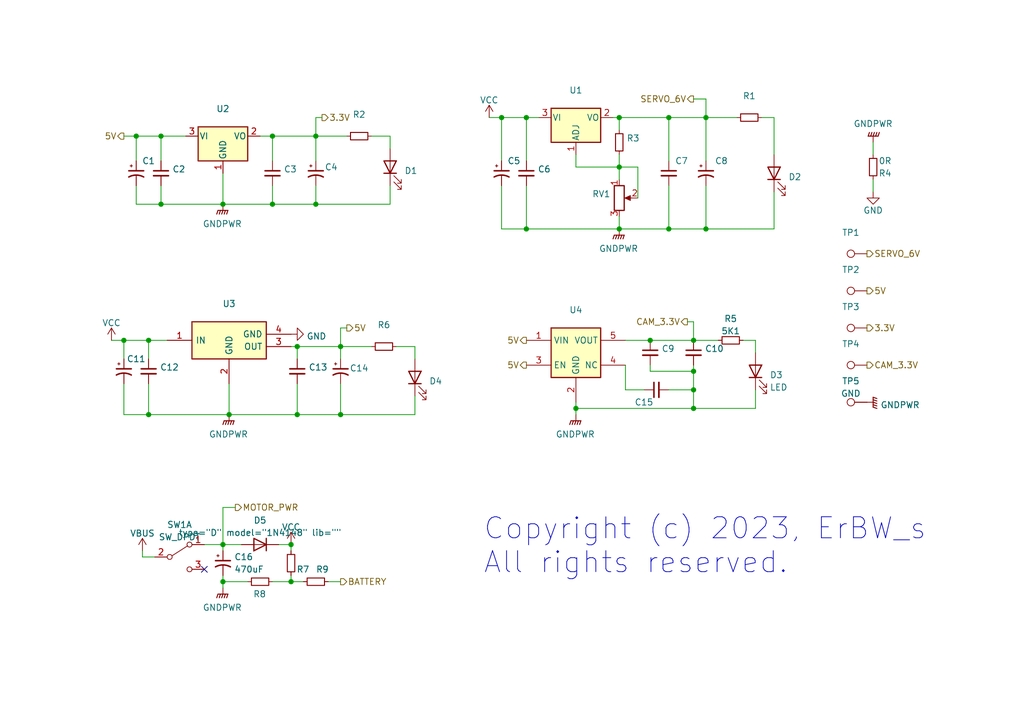
<source format=kicad_sch>
(kicad_sch (version 20211123) (generator eeschema)
  (paper "A5")
  (lib_symbols
    (symbol "Connector:TestPoint" (pin_numbers hide) (pin_names (offset 0.762) hide)
      (property "Reference" "TP" (at 0 6.858 0))
      (property "Value" "TestPoint" (at 0 5.08 0))
      (symbol "TestPoint_0_1"
        (circle (center 0 3.302) (radius 0.762))
      )
      (symbol "TestPoint_1_1"
        (pin passive line (at 0 0 90) (length 2.54) (name "1") (number "1"))
      )
    )
    (symbol "Device:C_Polarized_Small_US" (pin_numbers hide) (pin_names (offset 0.254) hide)
      (property "Reference" "C" (at 0.254 1.778 0))
      (property "Value" "C_Polarized_Small_US" (at 0.254 -2.032 0))
      (symbol "C_Polarized_Small_US_0_1"
        (polyline (pts (xy -1.524 0.508) (xy 1.524 0.508)) (stroke (width 0.3048)))
        (polyline (pts (xy -1.27 1.524) (xy -0.762 1.524)))
        (polyline (pts (xy -1.016 1.27) (xy -1.016 1.778)))
        (arc (start 1.524 -0.762) (mid 0 -0.3734) (end -1.524 -0.762) (stroke (width 0.3048)))
      )
      (symbol "C_Polarized_Small_US_1_1"
        (pin passive line (at 0 2.54 270) (length 2.032) (name "~") (number "1"))
        (pin passive line (at 0 -2.54 90) (length 2.032) (name "~") (number "2"))
      )
    )
    (symbol "Device:C_Small" (pin_numbers hide) (pin_names (offset 0.254) hide)
      (property "Reference" "C" (at 0.254 1.778 0))
      (property "Value" "C_Small" (at 0.254 -2.032 0))
      (symbol "C_Small_0_1"
        (polyline (pts (xy -1.524 -0.508) (xy 1.524 -0.508)) (stroke (width 0.3302)))
        (polyline (pts (xy -1.524 0.508) (xy 1.524 0.508)) (stroke (width 0.3048)))
      )
      (symbol "C_Small_1_1"
        (pin passive line (at 0 2.54 270) (length 2.032) (name "~") (number "1"))
        (pin passive line (at 0 -2.54 90) (length 2.032) (name "~") (number "2"))
      )
    )
    (symbol "Device:LED" (pin_numbers hide) (pin_names (offset 1.016) hide)
      (property "Reference" "D" (at 0 2.54 0))
      (property "Value" "LED" (at 0 -2.54 0))
      (symbol "LED_0_1"
        (polyline (pts (xy -1.27 -1.27) (xy -1.27 1.27)) (stroke (width 0.254)))
        (polyline (pts (xy -1.27 0) (xy 1.27 0)))
        (polyline (pts (xy 1.27 -1.27) (xy 1.27 1.27) (xy -1.27 0) (xy 1.27 -1.27)) (stroke (width 0.254)))
        (polyline (pts (xy -3.048 -0.762) (xy -4.572 -2.286) (xy -3.81 -2.286) (xy -4.572 -2.286) (xy -4.572 -1.524)))
        (polyline (pts (xy -1.778 -0.762) (xy -3.302 -2.286) (xy -2.54 -2.286) (xy -3.302 -2.286) (xy -3.302 -1.524)))
      )
      (symbol "LED_1_1"
        (pin passive line (at -3.81 0 0) (length 2.54) (name "K") (number "1"))
        (pin passive line (at 3.81 0 180) (length 2.54) (name "A") (number "2"))
      )
    )
    (symbol "Device:R_Potentiometer" (pin_names (offset 1.016) hide)
      (property "Reference" "RV" (at -4.445 0 90))
      (property "Value" "R_Potentiometer" (at -2.54 0 90))
      (symbol "R_Potentiometer_0_1"
        (polyline (pts (xy 2.54 0) (xy 1.524 0)))
        (polyline (pts (xy 1.143 0) (xy 2.286 0.508) (xy 2.286 -0.508) (xy 1.143 0)) (fill (type outline)))
        (rectangle (start 1.016 2.54) (end -1.016 -2.54) (stroke (width 0.254)))
      )
      (symbol "R_Potentiometer_1_1"
        (pin passive line (at 0 3.81 270) (length 1.27) (name "1") (number "1"))
        (pin passive line (at 3.81 0 180) (length 1.27) (name "2") (number "2"))
        (pin passive line (at 0 -3.81 90) (length 1.27) (name "3") (number "3"))
      )
    )
    (symbol "Device:R_Small" (pin_numbers hide) (pin_names (offset 0.254) hide)
      (property "Reference" "R" (at 0.762 0.508 0))
      (property "Value" "R_Small" (at 0.762 -1.016 0))
      (symbol "R_Small_0_1"
        (rectangle (start -0.762 1.778) (end 0.762 -1.778) (stroke (width 0.2032)))
      )
      (symbol "R_Small_1_1"
        (pin passive line (at 0 2.54 270) (length 0.762) (name "~") (number "1"))
        (pin passive line (at 0 -2.54 90) (length 0.762) (name "~") (number "2"))
      )
    )
    (symbol "ErBW_s:LM2940S-5.0" (pin_names (offset 0.762))
      (property "Reference" "U" (at 24.13 7.62 0))
      (property "Value" "LM2940S-5.0" (at 24.13 5.08 0))
      (symbol "LM2940S-5.0_0_0"
        (pin input line (at 0 -1.27 0) (length 5.08) (name "IN") (number "1"))
        (pin power_in line (at 12.7 -10.16 90) (length 5.08) (name "GND") (number "2"))
        (pin output line (at 25.4 -2.54 180) (length 5.08) (name "OUT") (number "3"))
        (pin power_in line (at 25.4 0 180) (length 5.08) (name "GND") (number "4"))
      )
      (symbol "LM2940S-5.0_0_1"
        (rectangle (start 5.08 2.54) (end 20.32 -5.08) (stroke (width 0.254)) (fill (type background)))
      )
    )
    (symbol "ErBW_s:RT9013-33GB"
      (property "Reference" "U" (at 0 6.35 0))
      (property "Value" "RT9013-33GB" (at 7.62 -6.35 0))
      (symbol "RT9013-33GB_0_0"
        (pin power_in line (at -10.16 2.54 0) (length 5.08) (name "VIN") (number "1"))
        (pin power_in line (at 0 -10.16 90) (length 5.08) (name "GND") (number "2"))
        (pin bidirectional line (at -10.16 -2.54 0) (length 5.08) (name "EN") (number "3"))
        (pin bidirectional line (at 10.16 -2.54 180) (length 5.08) (name "NC") (number "4"))
        (pin power_in line (at 10.16 2.54 180) (length 5.08) (name "VOUT") (number "5"))
      )
      (symbol "RT9013-33GB_0_1"
        (rectangle (start -5.08 5.08) (end 5.08 -5.08) (stroke (width 0.254)) (fill (type background)))
      )
    )
    (symbol "Regulator_Linear:AMS1117-3.3" (pin_names (offset 0.254))
      (property "Reference" "U" (at -3.81 3.175 0))
      (property "Value" "AMS1117-3.3" (at 0 3.175 0))
      (symbol "AMS1117-3.3_0_1"
        (rectangle (start -5.08 -5.08) (end 5.08 1.905) (stroke (width 0.254)) (fill (type background)))
      )
      (symbol "AMS1117-3.3_1_1"
        (pin power_in line (at 0 -7.62 90) (length 2.54) (name "GND") (number "1"))
        (pin power_out line (at 7.62 0 180) (length 2.54) (name "VO") (number "2"))
        (pin power_in line (at -7.62 0 0) (length 2.54) (name "VI") (number "3"))
      )
    )
    (symbol "Regulator_Linear:LM1085-ADJ" (pin_names (offset 0.254))
      (property "Reference" "U" (at -3.81 3.175 0))
      (property "Value" "LM1085-ADJ" (at 0 3.175 0))
      (symbol "LM1085-ADJ_0_1"
        (rectangle (start -5.08 1.905) (end 5.08 -5.08) (stroke (width 0.254)) (fill (type background)))
      )
      (symbol "LM1085-ADJ_1_1"
        (pin input line (at 0 -7.62 90) (length 2.54) (name "ADJ") (number "1"))
        (pin power_out line (at 7.62 0 180) (length 2.54) (name "VO") (number "2"))
        (pin power_in line (at -7.62 0 0) (length 2.54) (name "VI") (number "3"))
      )
    )
    (symbol "Simulation_SPICE:DIODE" (pin_numbers hide) (pin_names (offset 1.016) hide)
      (property "Reference" "D" (at 0 2.54 0))
      (property "Value" "DIODE" (at 0 -2.54 0))
      (symbol "DIODE_0_1"
        (polyline (pts (xy 1.27 0) (xy -1.27 0)))
        (polyline (pts (xy 1.27 1.27) (xy 1.27 -1.27)) (stroke (width 0.254)))
        (polyline (pts (xy -1.27 -1.27) (xy -1.27 1.27) (xy 1.27 0) (xy -1.27 -1.27)) (stroke (width 0.254)))
      )
      (symbol "DIODE_1_1"
        (pin passive line (at -3.81 0 0) (length 2.54) (name "A") (number "1"))
        (pin passive line (at 3.81 0 180) (length 2.54) (name "K") (number "2"))
      )
    )
    (symbol "Switch:SW_DPDT_x2" (pin_names (offset 0) hide)
      (property "Reference" "SW" (at 0 4.318 0))
      (property "Value" "SW_DPDT_x2" (at 0 -5.08 0))
      (symbol "SW_DPDT_x2_0_0"
        (circle (center -2.032 0) (radius 0.508))
        (circle (center 2.032 -2.54) (radius 0.508))
      )
      (symbol "SW_DPDT_x2_0_1"
        (polyline (pts (xy -1.524 0.254) (xy 1.651 2.286)))
        (circle (center 2.032 2.54) (radius 0.508))
      )
      (symbol "SW_DPDT_x2_1_1"
        (pin passive line (at 5.08 2.54 180) (length 2.54) (name "A") (number "1"))
        (pin passive line (at -5.08 0 0) (length 2.54) (name "B") (number "2"))
        (pin passive line (at 5.08 -2.54 180) (length 2.54) (name "C") (number "3"))
      )
      (symbol "SW_DPDT_x2_2_1"
        (pin passive line (at 5.08 2.54 180) (length 2.54) (name "A") (number "4"))
        (pin passive line (at -5.08 0 0) (length 2.54) (name "B") (number "5"))
        (pin passive line (at 5.08 -2.54 180) (length 2.54) (name "C") (number "6"))
      )
    )
    (symbol "power:GND" (power) (pin_names (offset 0))
      (property "Value" "GND" (at 0 -3.81 0))
      (symbol "GND_0_1"
        (polyline (pts (xy 0 0) (xy 0 -1.27) (xy 1.27 -1.27) (xy 0 -2.54) (xy -1.27 -1.27) (xy 0 -1.27)))
      )
      (symbol "GND_1_1"
        (pin power_in line (at 0 0 270) (length 0) hide (name "GND") (number "1"))
      )
    )
    (symbol "power:GNDPWR" (power) (pin_names (offset 0))
      (property "Value" "GNDPWR" (at 0 -3.302 0))
      (symbol "GNDPWR_0_1"
        (polyline (pts (xy 0 -1.27) (xy 0 0)))
        (polyline (pts (xy -1.016 -1.27) (xy -1.27 -2.032) (xy -1.27 -2.032)) (stroke (width 0.2032)))
        (polyline (pts (xy -0.508 -1.27) (xy -0.762 -2.032) (xy -0.762 -2.032)) (stroke (width 0.2032)))
        (polyline (pts (xy 0 -1.27) (xy -0.254 -2.032) (xy -0.254 -2.032)) (stroke (width 0.2032)))
        (polyline (pts (xy 0.508 -1.27) (xy 0.254 -2.032) (xy 0.254 -2.032)) (stroke (width 0.2032)))
        (polyline (pts (xy 1.016 -1.27) (xy -1.016 -1.27) (xy -1.016 -1.27)) (stroke (width 0.2032)))
        (polyline (pts (xy 1.016 -1.27) (xy 0.762 -2.032) (xy 0.762 -2.032) (xy 0.762 -2.032)) (stroke (width 0.2032)))
      )
      (symbol "GNDPWR_1_1"
        (pin power_in line (at 0 0 270) (length 0) hide (name "GNDPWR") (number "1"))
      )
    )
    (symbol "power:VBUS" (power) (pin_names (offset 0))
      (property "Value" "VBUS" (at 0 3.81 0))
      (symbol "VBUS_0_1"
        (polyline (pts (xy -0.762 1.27) (xy 0 2.54)))
        (polyline (pts (xy 0 0) (xy 0 2.54)))
        (polyline (pts (xy 0 2.54) (xy 0.762 1.27)))
      )
      (symbol "VBUS_1_1"
        (pin power_in line (at 0 0 90) (length 0) hide (name "VBUS") (number "1"))
      )
    )
    (symbol "power:VCC" (power) (pin_names (offset 0))
      (property "Value" "VCC" (at 0 3.81 0))
      (symbol "VCC_0_1"
        (polyline (pts (xy -0.762 1.27) (xy 0 2.54)))
        (polyline (pts (xy 0 0) (xy 0 2.54)))
        (polyline (pts (xy 0 2.54) (xy 0.762 1.27)))
      )
      (symbol "VCC_1_1"
        (pin power_in line (at 0 0 90) (length 0) hide (name "VCC") (number "1"))
      )
    )
  )
  (junction (at 144.78 24.13))
  (junction (at 45.72 41.91))
  (junction (at 118.11 83.82))
  (junction (at 142.24 83.82))
  (junction (at 137.16 24.13))
  (junction (at 45.72 119.38))
  (junction (at 30.48 85.09))
  (junction (at 33.02 41.91))
  (junction (at 102.87 24.13))
  (junction (at 59.69 111.76))
  (junction (at 60.96 71.12))
  (junction (at 60.96 85.09))
  (junction (at 64.77 41.91))
  (junction (at 107.95 46.99))
  (junction (at 55.88 27.94))
  (junction (at 127 46.99))
  (junction (at 142.24 80.01))
  (junction (at 27.94 27.94))
  (junction (at 142.24 69.85))
  (junction (at 45.72 111.76))
  (junction (at 59.69 119.38))
  (junction (at 127 24.13))
  (junction (at 25.4 69.85))
  (junction (at 69.85 85.09))
  (junction (at 69.85 71.12))
  (junction (at 30.48 69.85))
  (junction (at 55.88 41.91))
  (junction (at 64.77 27.94))
  (junction (at 133.35 69.85))
  (junction (at 33.02 27.94))
  (junction (at 142.24 76.2))
  (junction (at 127 34.29))
  (junction (at 137.16 46.99))
  (junction (at 107.95 24.13))
  (junction (at 144.78 46.99))
  (junction (at 46.99 85.09))
  (no_connect (at 41.91 116.84))
  (wire (pts (xy 64.77 27.94) (xy 71.12 27.94)))
  (wire (pts (xy 179.07 39.37) (xy 179.07 36.83)))
  (wire (pts (xy 142.24 20.32) (xy 144.78 20.32)))
  (wire (pts (xy 59.69 119.38) (xy 55.88 119.38)))
  (wire (pts (xy 33.02 27.94) (xy 38.1 27.94)))
  (wire (pts (xy 154.94 80.01) (xy 154.94 83.82)))
  (wire (pts (xy 128.27 69.85) (xy 133.35 69.85)))
  (wire (pts (xy 142.24 66.04) (xy 142.24 69.85)))
  (wire (pts (xy 144.78 20.32) (xy 144.78 24.13)))
  (wire (pts (xy 29.21 113.03) (xy 29.21 114.3)))
  (wire (pts (xy 158.75 39.37) (xy 158.75 46.99)))
  (wire (pts (xy 64.77 41.91) (xy 64.77 38.1)))
  (wire (pts (xy 85.09 81.28) (xy 85.09 85.09)))
  (wire (pts (xy 45.72 118.11) (xy 45.72 119.38)))
  (wire (pts (xy 107.95 38.1) (xy 107.95 46.99)))
  (wire (pts (xy 137.16 80.01) (xy 142.24 80.01)))
  (wire (pts (xy 118.11 85.09) (xy 118.11 83.82)))
  (wire (pts (xy 152.4 69.85) (xy 154.94 69.85)))
  (wire (pts (xy 127 24.13) (xy 137.16 24.13)))
  (wire (pts (xy 59.69 119.38) (xy 62.23 119.38)))
  (wire (pts (xy 60.96 85.09) (xy 69.85 85.09)))
  (wire (pts (xy 144.78 24.13) (xy 151.13 24.13)))
  (wire (pts (xy 142.24 74.93) (xy 142.24 76.2)))
  (wire (pts (xy 158.75 46.99) (xy 144.78 46.99)))
  (wire (pts (xy 125.73 24.13) (xy 127 24.13)))
  (wire (pts (xy 71.12 67.31) (xy 69.85 67.31)))
  (wire (pts (xy 85.09 71.12) (xy 85.09 73.66)))
  (wire (pts (xy 133.35 76.2) (xy 142.24 76.2)))
  (wire (pts (xy 57.15 111.76) (xy 59.69 111.76)))
  (wire (pts (xy 142.24 69.85) (xy 147.32 69.85)))
  (wire (pts (xy 127 44.45) (xy 127 46.99)))
  (wire (pts (xy 137.16 46.99) (xy 144.78 46.99)))
  (wire (pts (xy 22.86 69.85) (xy 25.4 69.85)))
  (wire (pts (xy 59.69 71.12) (xy 60.96 71.12)))
  (wire (pts (xy 25.4 69.85) (xy 25.4 73.66)))
  (wire (pts (xy 154.94 69.85) (xy 154.94 72.39)))
  (wire (pts (xy 55.88 27.94) (xy 55.88 33.02)))
  (wire (pts (xy 55.88 38.1) (xy 55.88 41.91)))
  (wire (pts (xy 158.75 24.13) (xy 158.75 31.75)))
  (wire (pts (xy 69.85 71.12) (xy 69.85 73.66)))
  (wire (pts (xy 27.94 27.94) (xy 27.94 33.02)))
  (wire (pts (xy 30.48 69.85) (xy 30.48 73.66)))
  (wire (pts (xy 25.4 27.94) (xy 27.94 27.94)))
  (wire (pts (xy 45.72 41.91) (xy 55.88 41.91)))
  (wire (pts (xy 45.72 111.76) (xy 45.72 113.03)))
  (wire (pts (xy 137.16 24.13) (xy 144.78 24.13)))
  (wire (pts (xy 80.01 41.91) (xy 64.77 41.91)))
  (wire (pts (xy 27.94 27.94) (xy 33.02 27.94)))
  (wire (pts (xy 130.81 40.64) (xy 130.81 34.29)))
  (wire (pts (xy 45.72 35.56) (xy 45.72 41.91)))
  (wire (pts (xy 156.21 24.13) (xy 158.75 24.13)))
  (wire (pts (xy 30.48 78.74) (xy 30.48 85.09)))
  (wire (pts (xy 81.28 71.12) (xy 85.09 71.12)))
  (wire (pts (xy 59.69 118.11) (xy 59.69 119.38)))
  (wire (pts (xy 102.87 24.13) (xy 102.87 33.02)))
  (wire (pts (xy 76.2 27.94) (xy 80.01 27.94)))
  (wire (pts (xy 154.94 83.82) (xy 142.24 83.82)))
  (wire (pts (xy 137.16 38.1) (xy 137.16 46.99)))
  (wire (pts (xy 48.26 104.14) (xy 45.72 104.14)))
  (wire (pts (xy 34.29 69.85) (xy 30.48 69.85)))
  (wire (pts (xy 137.16 24.13) (xy 137.16 33.02)))
  (wire (pts (xy 66.04 24.13) (xy 64.77 24.13)))
  (wire (pts (xy 53.34 27.94) (xy 55.88 27.94)))
  (wire (pts (xy 69.85 67.31) (xy 69.85 71.12)))
  (wire (pts (xy 46.99 85.09) (xy 60.96 85.09)))
  (wire (pts (xy 45.72 119.38) (xy 45.72 120.65)))
  (wire (pts (xy 25.4 78.74) (xy 25.4 85.09)))
  (wire (pts (xy 27.94 41.91) (xy 33.02 41.91)))
  (wire (pts (xy 127 24.13) (xy 127 26.67)))
  (wire (pts (xy 55.88 27.94) (xy 64.77 27.94)))
  (wire (pts (xy 69.85 85.09) (xy 85.09 85.09)))
  (wire (pts (xy 60.96 78.74) (xy 60.96 85.09)))
  (wire (pts (xy 46.99 78.74) (xy 46.99 85.09)))
  (wire (pts (xy 133.35 74.93) (xy 133.35 76.2)))
  (wire (pts (xy 127 34.29) (xy 127 36.83)))
  (wire (pts (xy 144.78 46.99) (xy 144.78 38.1)))
  (wire (pts (xy 59.69 111.76) (xy 59.69 113.03)))
  (wire (pts (xy 69.85 71.12) (xy 76.2 71.12)))
  (wire (pts (xy 128.27 80.01) (xy 132.08 80.01)))
  (wire (pts (xy 45.72 104.14) (xy 45.72 111.76)))
  (wire (pts (xy 144.78 24.13) (xy 144.78 33.02)))
  (wire (pts (xy 142.24 80.01) (xy 142.24 83.82)))
  (wire (pts (xy 133.35 69.85) (xy 142.24 69.85)))
  (wire (pts (xy 100.33 24.13) (xy 102.87 24.13)))
  (wire (pts (xy 55.88 41.91) (xy 64.77 41.91)))
  (wire (pts (xy 29.21 114.3) (xy 31.75 114.3)))
  (wire (pts (xy 27.94 38.1) (xy 27.94 41.91)))
  (wire (pts (xy 140.97 66.04) (xy 142.24 66.04)))
  (wire (pts (xy 45.72 119.38) (xy 50.8 119.38)))
  (wire (pts (xy 107.95 24.13) (xy 102.87 24.13)))
  (wire (pts (xy 80.01 38.1) (xy 80.01 41.91)))
  (wire (pts (xy 64.77 24.13) (xy 64.77 27.94)))
  (wire (pts (xy 118.11 83.82) (xy 118.11 82.55)))
  (wire (pts (xy 142.24 76.2) (xy 142.24 80.01)))
  (wire (pts (xy 69.85 119.38) (xy 67.31 119.38)))
  (wire (pts (xy 102.87 38.1) (xy 102.87 46.99)))
  (wire (pts (xy 33.02 27.94) (xy 33.02 33.02)))
  (wire (pts (xy 69.85 78.74) (xy 69.85 85.09)))
  (wire (pts (xy 110.49 24.13) (xy 107.95 24.13)))
  (wire (pts (xy 80.01 27.94) (xy 80.01 30.48)))
  (wire (pts (xy 130.81 34.29) (xy 127 34.29)))
  (wire (pts (xy 128.27 74.93) (xy 128.27 80.01)))
  (wire (pts (xy 33.02 41.91) (xy 45.72 41.91)))
  (wire (pts (xy 127 31.75) (xy 127 34.29)))
  (wire (pts (xy 179.07 31.75) (xy 179.07 29.21)))
  (wire (pts (xy 127 34.29) (xy 118.11 34.29)))
  (wire (pts (xy 127 46.99) (xy 137.16 46.99)))
  (wire (pts (xy 64.77 27.94) (xy 64.77 33.02)))
  (wire (pts (xy 45.72 111.76) (xy 49.53 111.76)))
  (wire (pts (xy 30.48 85.09) (xy 46.99 85.09)))
  (wire (pts (xy 33.02 38.1) (xy 33.02 41.91)))
  (wire (pts (xy 25.4 85.09) (xy 30.48 85.09)))
  (wire (pts (xy 60.96 71.12) (xy 69.85 71.12)))
  (wire (pts (xy 107.95 24.13) (xy 107.95 33.02)))
  (wire (pts (xy 142.24 83.82) (xy 118.11 83.82)))
  (wire (pts (xy 118.11 34.29) (xy 118.11 31.75)))
  (wire (pts (xy 60.96 71.12) (xy 60.96 73.66)))
  (wire (pts (xy 102.87 46.99) (xy 107.95 46.99)))
  (wire (pts (xy 107.95 46.99) (xy 127 46.99)))
  (wire (pts (xy 41.91 111.76) (xy 45.72 111.76)))
  (wire (pts (xy 30.48 69.85) (xy 25.4 69.85)))
  (text "Copyright (c) 2023, ErBW_s\nAll rights reserved." (at 99.06 118.11 0) (effects (font (size 4.318 4.318)) (justify left bottom)))
  (hierarchical_label "CAM_3.3V" (shape output) (at 177.8 74.93 0))
  (hierarchical_label "5V" (shape output) (at 71.12 67.31 0))
  (hierarchical_label "CAM_3.3V" (shape output) (at 140.97 66.04 180))
  (hierarchical_label "BATTERY" (shape output) (at 69.85 119.38 0))
  (hierarchical_label "3.3V" (shape output) (at 177.8 67.31 0))
  (hierarchical_label "5V" (shape output) (at 107.95 74.93 180))
  (hierarchical_label "SERVO_6V" (shape output) (at 142.24 20.32 180))
  (hierarchical_label "SERVO_6V" (shape output) (at 177.8 52.07 0))
  (hierarchical_label "5V" (shape output) (at 177.8 59.69 0))
  (hierarchical_label "5V" (shape output) (at 25.4 27.94 180))
  (hierarchical_label "MOTOR_PWR" (shape output) (at 48.26 104.14 0))
  (hierarchical_label "3.3V" (shape output) (at 66.04 24.13 0))
  (hierarchical_label "5V" (shape output) (at 107.95 69.85 180))
  (symbol (lib_id "Device:C_Small") (at 137.16 35.56 0) (unit 1)
    (property "Reference" "C7" (at 138.43 33.02 0) (effects (justify left)))
  )
  (symbol (lib_id "Regulator_Linear:LM1085-ADJ") (at 118.11 24.13 0) (unit 1)
    (property "Reference" "U1" (at 118.11 18.5252 0))
    (property "Reference" "U?" (effects hide))
    (property "Value" "LM1085-ADJ" (effects hide))
  )
  (symbol (lib_id "power:GNDPWR") (at 118.11 85.09 0) (unit 1)
    (property "Reference" "#PWR010" (effects hide))
    (property "Value" "GNDPWR" (at 117.983 89.127 0))
  )
  (symbol (lib_id "Device:C_Polarized_Small_US") (at 45.72 115.57 0) (unit 1)
    (property "Reference" "C16" (at 48.0314 114.3035 0) (effects (justify left)))
    (property "Value" "470uF" (at 48.0314 116.8404 0) (effects (justify left)))
    (property "Reference" "C?" (effects hide))
    (property "Value" "470uF" (effects hide))
  )
  (symbol (lib_id "Device:LED") (at 154.94 76.2 90) (unit 1)
    (property "Reference" "D3" (at 157.861 76.9528 90) (effects (justify right)))
    (property "Value" "LED" (at 157.861 79.4897 90) (effects (justify right)))
  )
  (symbol (lib_id "power:VCC") (at 59.69 111.76 0) (unit 1)
    (property "Reference" "#PWR011" (effects hide))
    (property "Value" "VCC" (at 59.69 108.1842 0))
  )
  (symbol (lib_id "Connector:TestPoint") (at 177.8 52.07 90) (unit 1)
    (property "Reference" "TP1" (at 174.498 47.7352 90))
  )
  (symbol (lib_id "Device:R_Potentiometer") (at 127 40.64 0) (unit 1)
    (property "Reference" "RV1" (at 125.2221 39.8053 0) (effects (justify right)))
    (property "Reference" "RV?" (effects hide))
    (property "Value" "3296W" (effects hide))
  )
  (symbol (lib_id "power:GNDPWR") (at 45.72 41.91 0) (unit 1)
    (property "Reference" "#PWR04" (effects hide))
    (property "Value" "GNDPWR" (at 45.593 45.947 0))
  )
  (symbol (lib_id "Device:C_Small") (at 133.35 72.39 0) (unit 1)
    (property "Reference" "C9" (at 135.6741 71.5616 0) (effects (justify left)))
  )
  (symbol (lib_id "power:GNDPWR") (at 179.07 29.21 180) (unit 1)
    (property "Reference" "#PWR02" (effects hide))
    (property "Value" "GNDPWR" (at 179.07 25.4 0))
  )
  (symbol (lib_id "Simulation_SPICE:DIODE") (at 53.34 111.76 0) (unit 1)
    (property "Reference" "D5" (at 53.34 106.7902 0))
    (property "Value" "1N4148" (at 53.34 109.3271 0))
    (property "Footprint" "Diode_SMD:D_SMA" (effects hide))
    (property "Spice_Netlist_Enabled" "Y" (effects hide))
    (property "Spice_Primitive" "D" (effects hide))
    (property "Reference" "D?" (effects hide))
    (property "Value" "1N4148" (effects hide))
  )
  (symbol (lib_id "Device:LED") (at 158.75 35.56 90) (unit 1)
    (property "Reference" "D2" (at 161.671 36.3128 90) (effects (justify right)))
  )
  (symbol (lib_id "Device:C_Polarized_Small_US") (at 144.78 35.56 0) (unit 1)
    (property "Reference" "C8" (at 147.955 33.02 0))
  )
  (symbol (lib_id "Device:R_Small") (at 73.66 27.94 90) (unit 1)
    (property "Reference" "R2" (at 73.66 23.5036 90))
    (property "Reference" "R?" (effects hide))
    (property "Value" "5K1" (effects hide))
  )
  (symbol (lib_id "power:GND") (at 179.07 39.37 0) (unit 1)
    (property "Reference" "#PWR03" (effects hide))
    (property "Value" "GND" (at 179.07 43.18 0))
  )
  (symbol (lib_id "power:VBUS") (at 29.21 113.03 0) (unit 1)
    (property "Reference" "#PWR012" (effects hide))
    (property "Value" "VBUS" (at 29.21 109.4542 0))
  )
  (symbol (lib_id "Device:C_Small") (at 134.62 80.01 90) (unit 1)
    (property "Reference" "C15" (at 132.08 82.55 90))
  )
  (symbol (lib_id "Device:C_Small") (at 60.96 76.2 0) (unit 1)
    (property "Reference" "C13" (at 63.2841 75.3716 0) (effects (justify left)))
  )
  (symbol (lib_id "Device:C_Small") (at 55.88 35.56 0) (unit 1)
    (property "Reference" "C3" (at 58.2041 34.7316 0) (effects (justify left)))
    (property "Reference" "C?" (effects hide))
    (property "Value" "0.1uF" (effects hide))
  )
  (symbol (lib_id "Device:R_Small") (at 149.86 69.85 90) (unit 1)
    (property "Reference" "R5" (at 149.86 65.4136 90))
    (property "Value" "5K1" (at 149.86 67.9505 90))
  )
  (symbol (lib_id "Regulator_Linear:AMS1117-3.3") (at 45.72 27.94 0) (unit 1)
    (property "Reference" "U2" (at 45.72 22.3352 0))
    (property "Reference" "U?" (effects hide))
    (property "Value" "AMS1117-3.3" (effects hide))
  )
  (symbol (lib_id "Device:R_Small") (at 64.77 119.38 90) (unit 1)
    (property "Reference" "R9" (at 64.77 116.84 90) (effects (justify right)))
    (property "Footprint" "Resistor_SMD:R_1206_3216Metric_Pad1.30x1.75mm_HandSolder" (effects hide))
  )
  (symbol (lib_id "power:GNDPWR") (at 127 46.99 0) (unit 1)
    (property "Reference" "#PWR05" (effects hide))
    (property "Value" "GNDPWR" (at 126.873 51.027 0))
  )
  (symbol (lib_id "Device:C_Small") (at 30.48 76.2 0) (unit 1)
    (property "Reference" "C12" (at 32.8041 75.3716 0) (effects (justify left)))
  )
  (symbol (lib_id "Device:C_Small") (at 33.02 35.56 0) (unit 1)
    (property "Reference" "C2" (at 35.3441 34.7316 0) (effects (justify left)))
    (property "Reference" "C?" (effects hide))
    (property "Value" "0.1uF" (effects hide))
  )
  (symbol (lib_id "Device:R_Small") (at 78.74 71.12 90) (unit 1)
    (property "Reference" "R6" (at 78.74 66.6836 90))
  )
  (symbol (lib_id "Device:R_Small") (at 53.34 119.38 270) (unit 1)
    (property "Reference" "R8" (at 54.61 121.92 90) (effects (justify right)))
    (property "Footprint" "Resistor_SMD:R_1206_3216Metric_Pad1.30x1.75mm_HandSolder" (effects hide))
  )
  (symbol (lib_id "Device:LED") (at 80.01 34.29 90) (unit 1)
    (property "Reference" "D1" (at 82.931 35.0428 90) (effects (justify right)))
    (property "Reference" "D?" (effects hide))
    (property "Value" "LED" (effects hide))
  )
  (symbol (lib_id "Device:C_Polarized_Small_US") (at 64.77 35.56 0) (unit 1)
    (property "Reference" "C4" (at 67.945 34.29 0))
  )
  (symbol (lib_id "power:GNDPWR") (at 177.8 82.55 90) (unit 1)
    (property "Reference" "#PWR08" (effects hide))
    (property "Value" "GNDPWR" (at 180.5686 83.1108 90) (effects (justify right)))
  )
  (symbol (lib_id "power:GND") (at 59.69 68.58 90) (unit 1)
    (property "Reference" "#PWR06" (effects hide))
    (property "Value" "GND" (at 62.865 69.0138 90) (effects (justify right)))
  )
  (symbol (lib_id "Device:R_Small") (at 59.69 115.57 0) (unit 1)
    (property "Reference" "R7" (at 63.5 116.84 0) (effects (justify right)))
    (property "Footprint" "Resistor_SMD:R_1206_3216Metric_Pad1.30x1.75mm_HandSolder" (effects hide))
  )
  (symbol (lib_id "Device:R_Small") (at 179.07 34.29 0) (unit 1)
    (property "Reference" "R4" (at 182.88 35.56 0) (effects (justify right)))
    (property "Value" "0R" (at 182.88 33.02 0) (effects (justify right)))
    (property "Footprint" "Resistor_SMD:R_1206_3216Metric_Pad1.30x1.75mm_HandSolder" (effects hide))
  )
  (symbol (lib_id "Device:C_Polarized_Small_US") (at 102.87 35.56 0) (unit 1)
    (property "Reference" "C5" (at 105.41 33.02 0))
  )
  (symbol (lib_id "power:GNDPWR") (at 45.72 120.65 0) (unit 1)
    (property "Reference" "#PWR013" (effects hide))
    (property "Value" "GNDPWR" (at 45.593 124.687 0))
  )
  (symbol (lib_id "Device:C_Polarized_Small_US") (at 27.94 35.56 0) (unit 1)
    (property "Reference" "C1" (at 30.48 33.02 0))
  )
  (symbol (lib_id "Connector:TestPoint") (at 177.8 74.93 90) (unit 1)
    (property "Reference" "TP4" (at 174.498 70.5952 90))
  )
  (symbol (lib_id "ErBW_s:RT9013-33GB") (at 118.11 72.39 0) (unit 1)
    (property "Reference" "U4" (at 118.11 63.6102 0))
  )
  (symbol (lib_id "power:VCC") (at 100.33 24.13 0) (unit 1)
    (property "Reference" "#PWR01" (effects hide))
    (property "Value" "VCC" (at 100.33 20.5542 0))
  )
  (symbol (lib_id "ErBW_s:LM2940S-5.0") (at 34.29 68.58 0) (unit 1)
    (property "Reference" "U3" (at 46.99 62.3402 0))
    (property "Datasheet" "http://www.ti.com/lit/ds/symlink/lm2940-n.pdf" (effects hide))
    (property "Description" "1A Low Dropout Regulator  LM2940S-5.0" (effects hide))
    (property "Height" "4.64" (effects hide))
    (property "Manufacturer_Name" "Texas Instruments" (effects hide))
    (property "Manufacturer_Part_Number" "LM2940S-5.0/NOPB" (effects hide))
    (property "Mouser Part Number" "926-LM2940S-5.0/NOPB" (effects hide))
    (property "Mouser Price/Stock" "https://www.mouser.co.uk/ProductDetail/Texas-Instruments/LM2940S-5.0-NOPB?qs=X1J7HmVL2ZGiLtaPLl7V2Q%3D%3D" (effects hide))
    (property "Arrow Part Number" "LM2940S-5.0/NOPB" (effects hide))
    (property "Arrow Price/Stock" "https://www.arrow.com/en/products/lm2940s-5.0nopb/texas-instruments?region=nac" (effects hide))
  )
  (symbol (lib_id "Device:LED") (at 85.09 77.47 90) (unit 1)
    (property "Reference" "D4" (at 88.011 78.2228 90) (effects (justify right)))
  )
  (symbol (lib_id "Device:C_Polarized_Small_US") (at 25.4 76.2 0) (unit 1)
    (property "Reference" "C11" (at 27.94 73.66 0))
  )
  (symbol (lib_id "Switch:SW_DPDT_x2") (at 36.83 114.3 0) (unit 1)
    (property "Reference" "SW1" (at 36.83 107.6792 0))
    (property "Value" "SW_DPDT" (at 36.83 110.2161 0))
    (property "Reference" "SW?" (effects hide))
    (property "Value" "SW_DPDT" (effects hide))
  )
  (symbol (lib_id "Connector:TestPoint") (at 177.8 82.55 90) (unit 1)
    (property "Reference" "TP5" (at 174.498 78.2152 90))
    (property "Value" "GND" (at 174.498 80.7521 90))
    (property "Footprint" "TestPoint:TestPoint_Pad_2.5x2.5mm" (effects hide))
  )
  (symbol (lib_id "Connector:TestPoint") (at 177.8 67.31 90) (unit 1)
    (property "Reference" "TP3" (at 174.498 62.9752 90))
  )
  (symbol (lib_id "power:GNDPWR") (at 46.99 85.09 0) (unit 1)
    (property "Reference" "#PWR09" (effects hide))
    (property "Value" "GNDPWR" (at 46.863 89.127 0))
  )
  (symbol (lib_id "Device:C_Small") (at 142.24 72.39 0) (unit 1)
    (property "Reference" "C10" (at 144.5641 71.5616 0) (effects (justify left)))
  )
  (symbol (lib_id "Device:C_Polarized_Small_US") (at 69.85 76.2 0) (unit 1)
    (property "Reference" "C14" (at 73.66 75.565 0))
  )
  (symbol (lib_id "power:VCC") (at 22.86 69.85 0) (unit 1)
    (property "Reference" "#PWR07" (effects hide))
    (property "Value" "VCC" (at 22.86 66.2742 0))
  )
  (symbol (lib_id "Device:R_Small") (at 127 29.21 180) (unit 1)
    (property "Reference" "R3" (at 128.4986 28.3753 0) (effects (justify right)))
  )
  (symbol (lib_id "Device:R_Small") (at 153.67 24.13 90) (unit 1)
    (property "Reference" "R1" (at 153.67 19.6936 90))
  )
  (symbol (lib_id "Device:C_Small") (at 107.95 35.56 0) (unit 1)
    (property "Reference" "C6" (at 110.2741 34.7316 0) (effects (justify left)))
  )
  (symbol (lib_id "Connector:TestPoint") (at 177.8 59.69 90) (unit 1)
    (property "Reference" "TP2" (at 174.498 55.3552 90))
    (property "Footprint" "TestPoint:TestPoint_Pad_D2.5mm" (effects hide))
    (property "Reference" "TP?" (effects hide))
    (property "Value" "5V" (effects hide))
  )
)
</source>
